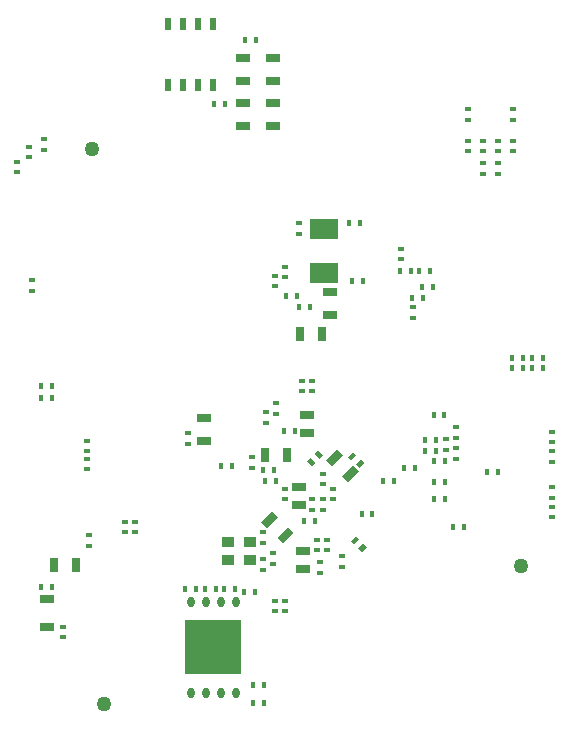
<source format=gbr>
G04 #@! TF.FileFunction,Paste,Bot*
%FSLAX46Y46*%
G04 Gerber Fmt 4.6, Leading zero omitted, Abs format (unit mm)*
G04 Created by KiCad (PCBNEW 0.201502260946+5452~21~ubuntu14.04.1-product) date Mon 02 Mar 2015 04:09:25 PM PST*
%MOMM*%
G01*
G04 APERTURE LIST*
%ADD10C,0.100000*%
%ADD11R,0.599440X0.398780*%
%ADD12R,0.398780X0.599440*%
%ADD13O,0.600000X0.900000*%
%ADD14R,4.800000X4.650000*%
%ADD15R,1.143000X0.635000*%
%ADD16R,0.700000X1.300000*%
%ADD17R,1.300000X0.700000*%
%ADD18R,0.500000X1.100000*%
%ADD19R,1.000000X0.900000*%
%ADD20R,1.300000X0.650000*%
%ADD21R,2.400000X1.700000*%
%ADD22C,1.270000*%
G04 APERTURE END LIST*
D10*
D11*
X114046000Y-110558580D03*
X114046000Y-109659420D03*
D12*
X114612420Y-106553000D03*
X115511580Y-106553000D03*
D13*
X99060000Y-142280000D03*
X97790000Y-142280000D03*
X96520000Y-142280000D03*
X95250000Y-142280000D03*
X95250000Y-134580000D03*
X96520000Y-134580000D03*
X97790000Y-134580000D03*
X99060000Y-134580000D03*
D14*
X97155000Y-138430000D03*
D11*
X102362000Y-106992420D03*
X102362000Y-107891580D03*
X106172000Y-132148580D03*
X106172000Y-131249420D03*
X106426000Y-125915420D03*
X106426000Y-126814580D03*
X106807000Y-129344420D03*
X106807000Y-130243580D03*
X105537000Y-125915420D03*
X105537000Y-126814580D03*
X105918000Y-129344420D03*
X105918000Y-130243580D03*
D15*
X104394000Y-126365000D03*
X104394000Y-124841000D03*
D11*
X106426000Y-123756420D03*
X106426000Y-124655580D03*
D15*
X104775000Y-130302000D03*
X104775000Y-131826000D03*
D12*
X112463580Y-124333000D03*
X111564420Y-124333000D03*
D11*
X101346000Y-131894580D03*
X101346000Y-130995420D03*
X101346000Y-128709420D03*
X101346000Y-129608580D03*
D10*
G36*
X109455858Y-123522619D02*
X108536619Y-124441858D01*
X108041644Y-123946883D01*
X108960883Y-123027644D01*
X109455858Y-123522619D01*
X109455858Y-123522619D01*
G37*
G36*
X108112356Y-122179117D02*
X107193117Y-123098356D01*
X106698142Y-122603381D01*
X107617381Y-121684142D01*
X108112356Y-122179117D01*
X108112356Y-122179117D01*
G37*
D12*
X110622080Y-127127000D03*
X109722920Y-127127000D03*
D11*
X108077000Y-131640580D03*
X108077000Y-130741420D03*
X103251000Y-125026420D03*
X103251000Y-125925580D03*
D12*
X104081580Y-120142000D03*
X103182420Y-120142000D03*
X114241580Y-123266200D03*
X113342420Y-123266200D03*
D10*
G36*
X105402155Y-122392977D02*
X105826023Y-122816845D01*
X105544043Y-123098825D01*
X105120175Y-122674957D01*
X105402155Y-122392977D01*
X105402155Y-122392977D01*
G37*
G36*
X106037957Y-121757175D02*
X106461825Y-122181043D01*
X106179845Y-122463023D01*
X105755977Y-122039155D01*
X106037957Y-121757175D01*
X106037957Y-121757175D01*
G37*
D11*
X105537000Y-115882420D03*
X105537000Y-116781580D03*
D16*
X101539000Y-122174000D03*
X103439000Y-122174000D03*
D11*
X101600000Y-118549420D03*
X101600000Y-119448580D03*
D15*
X105092500Y-118745000D03*
X105092500Y-120269000D03*
D10*
G36*
X103994858Y-128729619D02*
X103075619Y-129648858D01*
X102580644Y-129153883D01*
X103499883Y-128234644D01*
X103994858Y-128729619D01*
X103994858Y-128729619D01*
G37*
G36*
X102651356Y-127386117D02*
X101732117Y-128305356D01*
X101237142Y-127810381D01*
X102156381Y-126891142D01*
X102651356Y-127386117D01*
X102651356Y-127386117D01*
G37*
D12*
X105732580Y-127762000D03*
X104833420Y-127762000D03*
D11*
X100457000Y-123258580D03*
X100457000Y-122359420D03*
X102489000Y-117787420D03*
X102489000Y-118686580D03*
D10*
G36*
X109438977Y-130055845D02*
X109862845Y-129631977D01*
X110144825Y-129913957D01*
X109720957Y-130337825D01*
X109438977Y-130055845D01*
X109438977Y-130055845D01*
G37*
G36*
X108803175Y-129420043D02*
X109227043Y-128996175D01*
X109509023Y-129278155D01*
X109085155Y-129702023D01*
X108803175Y-129420043D01*
X108803175Y-129420043D01*
G37*
G36*
X109285023Y-122166155D02*
X108861155Y-122590023D01*
X108579175Y-122308043D01*
X109003043Y-121884175D01*
X109285023Y-122166155D01*
X109285023Y-122166155D01*
G37*
G36*
X109920825Y-122801957D02*
X109496957Y-123225825D01*
X109214977Y-122943845D01*
X109638845Y-122519977D01*
X109920825Y-122801957D01*
X109920825Y-122801957D01*
G37*
D11*
X104648000Y-115882420D03*
X104648000Y-116781580D03*
D12*
X102303580Y-123444000D03*
X101404420Y-123444000D03*
X102430580Y-124333000D03*
X101531420Y-124333000D03*
D11*
X94996000Y-120327420D03*
X94996000Y-121226580D03*
D17*
X96393000Y-120965000D03*
X96393000Y-119065000D03*
D12*
X83507580Y-133350000D03*
X82608420Y-133350000D03*
D11*
X86614000Y-129862580D03*
X86614000Y-128963420D03*
X84455000Y-137609580D03*
X84455000Y-136710420D03*
D16*
X83632000Y-131445000D03*
X85532000Y-131445000D03*
D11*
X125857000Y-120200420D03*
X125857000Y-121099580D03*
X125857000Y-126550420D03*
X125857000Y-127449580D03*
D12*
X115818920Y-118808500D03*
X116718080Y-118808500D03*
D11*
X125857000Y-124899420D03*
X125857000Y-125798580D03*
X125857000Y-121851420D03*
X125857000Y-122750580D03*
D12*
X115882420Y-125857000D03*
X116781580Y-125857000D03*
X115882420Y-124460000D03*
X116781580Y-124460000D03*
X115882420Y-122682000D03*
X116781580Y-122682000D03*
X121226580Y-123571000D03*
X120327420Y-123571000D03*
X118369080Y-128270000D03*
X117469920Y-128270000D03*
X123385580Y-113919000D03*
X122486420Y-113919000D03*
X125036580Y-114808000D03*
X124137420Y-114808000D03*
D11*
X117729000Y-122471180D03*
X117729000Y-121572020D03*
X117729000Y-119819420D03*
X117729000Y-120718580D03*
X103251000Y-135387080D03*
X103251000Y-134487920D03*
X113030000Y-104706420D03*
X113030000Y-105605580D03*
D12*
X98102420Y-133477000D03*
X99001580Y-133477000D03*
X100652580Y-133731000D03*
X99753420Y-133731000D03*
X100779580Y-86995000D03*
X99880420Y-86995000D03*
X97213420Y-92456000D03*
X98112580Y-92456000D03*
X109542580Y-102489000D03*
X108643420Y-102489000D03*
D11*
X104394000Y-103446580D03*
X104394000Y-102547420D03*
D12*
X109796580Y-107442000D03*
X108897420Y-107442000D03*
X105351580Y-109601000D03*
X104452420Y-109601000D03*
D16*
X106360000Y-111887000D03*
X104460000Y-111887000D03*
D11*
X103251000Y-107129580D03*
X103251000Y-106230420D03*
D17*
X107061000Y-110297000D03*
X107061000Y-108397000D03*
D11*
X107315000Y-125925580D03*
X107315000Y-125026420D03*
D17*
X99695000Y-90485000D03*
X99695000Y-88585000D03*
X99695000Y-94295000D03*
X99695000Y-92395000D03*
D11*
X102235000Y-131386580D03*
X102235000Y-130487420D03*
D12*
X100515420Y-141605000D03*
X101414580Y-141605000D03*
D11*
X82804000Y-96334580D03*
X82804000Y-95435420D03*
X86487000Y-121861580D03*
X86487000Y-120962420D03*
X81534000Y-96070420D03*
X81534000Y-96969580D03*
X86487000Y-123385580D03*
X86487000Y-122486420D03*
D12*
X82608420Y-116332000D03*
X83507580Y-116332000D03*
X82608420Y-117348000D03*
X83507580Y-117348000D03*
X101414580Y-143129000D03*
X100515420Y-143129000D03*
D11*
X81788000Y-107373420D03*
X81788000Y-108272580D03*
X89662000Y-128719580D03*
X89662000Y-127820420D03*
X90551000Y-128719580D03*
X90551000Y-127820420D03*
D12*
X122486420Y-114808000D03*
X123385580Y-114808000D03*
X124137420Y-113919000D03*
X125036580Y-113919000D03*
X115120420Y-121793000D03*
X116019580Y-121793000D03*
X115120420Y-120904000D03*
X116019580Y-120904000D03*
D11*
X116840000Y-120835420D03*
X116840000Y-121734580D03*
X102362000Y-134487920D03*
X102362000Y-135387080D03*
X120015000Y-95562420D03*
X120015000Y-96461580D03*
X118745000Y-96461580D03*
X118745000Y-95562420D03*
X121285000Y-95562420D03*
X121285000Y-96461580D03*
X122555000Y-96461580D03*
X122555000Y-95562420D03*
D12*
X113860580Y-106553000D03*
X112961420Y-106553000D03*
X114876580Y-108896720D03*
X113977420Y-108896720D03*
X115765580Y-107950000D03*
X114866420Y-107950000D03*
D11*
X121285000Y-97467420D03*
X121285000Y-98366580D03*
X120015000Y-97467420D03*
X120015000Y-98366580D03*
X118745000Y-93794580D03*
X118745000Y-92895420D03*
X122555000Y-93794580D03*
X122555000Y-92895420D03*
D12*
X97350580Y-133477000D03*
X96451420Y-133477000D03*
X94800420Y-133477000D03*
X95699580Y-133477000D03*
X97848420Y-123063000D03*
X98747580Y-123063000D03*
X104208580Y-108712000D03*
X103309420Y-108712000D03*
D18*
X93345000Y-90865000D03*
X93345000Y-85665000D03*
X94615000Y-90865000D03*
X95885000Y-90865000D03*
X97155000Y-90865000D03*
X94615000Y-85665000D03*
X95885000Y-85665000D03*
X97155000Y-85665000D03*
D19*
X100239000Y-131077000D03*
X98389000Y-131077000D03*
X98389000Y-129527000D03*
X100239000Y-129527000D03*
D20*
X83058000Y-134334000D03*
X83058000Y-136684000D03*
D21*
X106553000Y-106752000D03*
X106553000Y-103052000D03*
D17*
X102235000Y-90485000D03*
X102235000Y-88585000D03*
X102235000Y-94295000D03*
X102235000Y-92395000D03*
D11*
X80550000Y-97335420D03*
X80550000Y-98234580D03*
D22*
X87884000Y-143256000D03*
X123190000Y-131572000D03*
X86868000Y-96266000D03*
M02*

</source>
